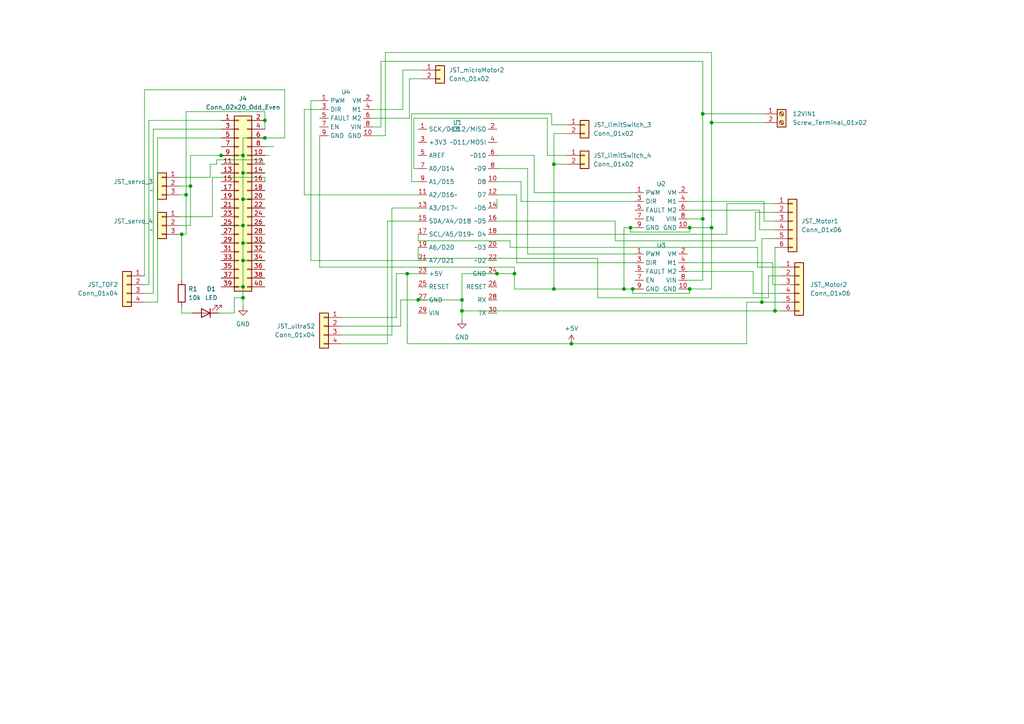
<source format=kicad_sch>
(kicad_sch (version 20230121) (generator eeschema)
  (paper "A4")
  (lib_symbols
    (symbol "Connector:Screw_Terminal_01x02" (pin_names (offset 1.016) hide)
      (property "Reference" "J" (at 0 2.54 0))
      (property "Value" "Screw_Terminal_01x02" (at 0 -5.08 0))
      (symbol "Screw_Terminal_01x02_1_1"
        (rectangle (start -1.27 1.27) (end 1.27 -3.81) (stroke (width 0.254)) (fill (type background)))
        (circle (center 0 -2.54) (radius 0.635) (stroke (width 0.1524)))
        (polyline (pts (xy -0.5334 -2.2098) (xy 0.3302 -3.048)) (stroke (width 0.1524)))
        (polyline (pts (xy -0.5334 0.3302) (xy 0.3302 -0.508)) (stroke (width 0.1524)))
        (polyline (pts (xy -0.3556 -2.032) (xy 0.508 -2.8702)) (stroke (width 0.1524)))
        (polyline (pts (xy -0.3556 0.508) (xy 0.508 -0.3302)) (stroke (width 0.1524)))
        (circle (center 0 0) (radius 0.635) (stroke (width 0.1524)))
        (pin passive line (at -5.08 0 0) (length 3.81) (name "Pin_1") (number "1"))
        (pin passive line (at -5.08 -2.54 0) (length 3.81) (name "Pin_2") (number "2"))
      )
    )
    (symbol "Connector_Generic:Conn_01x02" (pin_names (offset 1.016) hide)
      (property "Reference" "J" (at 0 2.54 0))
      (property "Value" "Conn_01x02" (at 0 -5.08 0))
      (symbol "Conn_01x02_1_1"
        (rectangle (start -1.27 -2.413) (end 0 -2.667) (stroke (width 0.1524)))
        (rectangle (start -1.27 0.127) (end 0 -0.127) (stroke (width 0.1524)))
        (rectangle (start -1.27 1.27) (end 1.27 -3.81) (stroke (width 0.254)) (fill (type background)))
        (pin passive line (at -5.08 0 0) (length 3.81) (name "Pin_1") (number "1"))
        (pin passive line (at -5.08 -2.54 0) (length 3.81) (name "Pin_2") (number "2"))
      )
    )
    (symbol "Connector_Generic:Conn_01x03" (pin_names (offset 1.016) hide)
      (property "Reference" "J" (at 0 5.08 0))
      (property "Value" "Conn_01x03" (at 0 -5.08 0))
      (symbol "Conn_01x03_1_1"
        (rectangle (start -1.27 -2.413) (end 0 -2.667) (stroke (width 0.1524)))
        (rectangle (start -1.27 0.127) (end 0 -0.127) (stroke (width 0.1524)))
        (rectangle (start -1.27 2.667) (end 0 2.413) (stroke (width 0.1524)))
        (rectangle (start -1.27 3.81) (end 1.27 -3.81) (stroke (width 0.254)) (fill (type background)))
        (pin passive line (at -5.08 2.54 0) (length 3.81) (name "Pin_1") (number "1"))
        (pin passive line (at -5.08 0 0) (length 3.81) (name "Pin_2") (number "2"))
        (pin passive line (at -5.08 -2.54 0) (length 3.81) (name "Pin_3") (number "3"))
      )
    )
    (symbol "Connector_Generic:Conn_01x04" (pin_names (offset 1.016) hide)
      (property "Reference" "J" (at 0 5.08 0))
      (property "Value" "Conn_01x04" (at 0 -7.62 0))
      (symbol "Conn_01x04_1_1"
        (rectangle (start -1.27 -4.953) (end 0 -5.207) (stroke (width 0.1524)))
        (rectangle (start -1.27 -2.413) (end 0 -2.667) (stroke (width 0.1524)))
        (rectangle (start -1.27 0.127) (end 0 -0.127) (stroke (width 0.1524)))
        (rectangle (start -1.27 2.667) (end 0 2.413) (stroke (width 0.1524)))
        (rectangle (start -1.27 3.81) (end 1.27 -6.35) (stroke (width 0.254)) (fill (type background)))
        (pin passive line (at -5.08 2.54 0) (length 3.81) (name "Pin_1") (number "1"))
        (pin passive line (at -5.08 0 0) (length 3.81) (name "Pin_2") (number "2"))
        (pin passive line (at -5.08 -2.54 0) (length 3.81) (name "Pin_3") (number "3"))
        (pin passive line (at -5.08 -5.08 0) (length 3.81) (name "Pin_4") (number "4"))
      )
    )
    (symbol "Connector_Generic:Conn_01x06" (pin_names (offset 1.016) hide)
      (property "Reference" "J" (at 0 7.62 0))
      (property "Value" "Conn_01x06" (at 0 -10.16 0))
      (symbol "Conn_01x06_1_1"
        (rectangle (start -1.27 -7.493) (end 0 -7.747) (stroke (width 0.1524)))
        (rectangle (start -1.27 -4.953) (end 0 -5.207) (stroke (width 0.1524)))
        (rectangle (start -1.27 -2.413) (end 0 -2.667) (stroke (width 0.1524)))
        (rectangle (start -1.27 0.127) (end 0 -0.127) (stroke (width 0.1524)))
        (rectangle (start -1.27 2.667) (end 0 2.413) (stroke (width 0.1524)))
        (rectangle (start -1.27 5.207) (end 0 4.953) (stroke (width 0.1524)))
        (rectangle (start -1.27 6.35) (end 1.27 -8.89) (stroke (width 0.254)) (fill (type background)))
        (pin passive line (at -5.08 5.08 0) (length 3.81) (name "Pin_1") (number "1"))
        (pin passive line (at -5.08 2.54 0) (length 3.81) (name "Pin_2") (number "2"))
        (pin passive line (at -5.08 0 0) (length 3.81) (name "Pin_3") (number "3"))
        (pin passive line (at -5.08 -2.54 0) (length 3.81) (name "Pin_4") (number "4"))
        (pin passive line (at -5.08 -5.08 0) (length 3.81) (name "Pin_5") (number "5"))
        (pin passive line (at -5.08 -7.62 0) (length 3.81) (name "Pin_6") (number "6"))
      )
    )
    (symbol "Connector_Generic:Conn_02x20_Odd_Even" (pin_names (offset 1.016) hide)
      (property "Reference" "J" (at 1.27 25.4 0))
      (property "Value" "Conn_02x20_Odd_Even" (at 1.27 -27.94 0))
      (symbol "Conn_02x20_Odd_Even_1_1"
        (rectangle (start -1.27 -25.273) (end 0 -25.527) (stroke (width 0.1524)))
        (rectangle (start -1.27 -22.733) (end 0 -22.987) (stroke (width 0.1524)))
        (rectangle (start -1.27 -20.193) (end 0 -20.447) (stroke (width 0.1524)))
        (rectangle (start -1.27 -17.653) (end 0 -17.907) (stroke (width 0.1524)))
        (rectangle (start -1.27 -15.113) (end 0 -15.367) (stroke (width 0.1524)))
        (rectangle (start -1.27 -12.573) (end 0 -12.827) (stroke (width 0.1524)))
        (rectangle (start -1.27 -10.033) (end 0 -10.287) (stroke (width 0.1524)))
        (rectangle (start -1.27 -7.493) (end 0 -7.747) (stroke (width 0.1524)))
        (rectangle (start -1.27 -4.953) (end 0 -5.207) (stroke (width 0.1524)))
        (rectangle (start -1.27 -2.413) (end 0 -2.667) (stroke (width 0.1524)))
        (rectangle (start -1.27 0.127) (end 0 -0.127) (stroke (width 0.1524)))
        (rectangle (start -1.27 2.667) (end 0 2.413) (stroke (width 0.1524)))
        (rectangle (start -1.27 5.207) (end 0 4.953) (stroke (width 0.1524)))
        (rectangle (start -1.27 7.747) (end 0 7.493) (stroke (width 0.1524)))
        (rectangle (start -1.27 10.287) (end 0 10.033) (stroke (width 0.1524)))
        (rectangle (start -1.27 12.827) (end 0 12.573) (stroke (width 0.1524)))
        (rectangle (start -1.27 15.367) (end 0 15.113) (stroke (width 0.1524)))
        (rectangle (start -1.27 17.907) (end 0 17.653) (stroke (width 0.1524)))
        (rectangle (start -1.27 20.447) (end 0 20.193) (stroke (width 0.1524)))
        (rectangle (start -1.27 22.987) (end 0 22.733) (stroke (width 0.1524)))
        (rectangle (start -1.27 24.13) (end 3.81 -26.67) (stroke (width 0.254)) (fill (type background)))
        (rectangle (start 3.81 -25.273) (end 2.54 -25.527) (stroke (width 0.1524)))
        (rectangle (start 3.81 -22.733) (end 2.54 -22.987) (stroke (width 0.1524)))
        (rectangle (start 3.81 -20.193) (end 2.54 -20.447) (stroke (width 0.1524)))
        (rectangle (start 3.81 -17.653) (end 2.54 -17.907) (stroke (width 0.1524)))
        (rectangle (start 3.81 -15.113) (end 2.54 -15.367) (stroke (width 0.1524)))
        (rectangle (start 3.81 -12.573) (end 2.54 -12.827) (stroke (width 0.1524)))
        (rectangle (start 3.81 -10.033) (end 2.54 -10.287) (stroke (width 0.1524)))
        (rectangle (start 3.81 -7.493) (end 2.54 -7.747) (stroke (width 0.1524)))
        (rectangle (start 3.81 -4.953) (end 2.54 -5.207) (stroke (width 0.1524)))
        (rectangle (start 3.81 -2.413) (end 2.54 -2.667) (stroke (width 0.1524)))
        (rectangle (start 3.81 0.127) (end 2.54 -0.127) (stroke (width 0.1524)))
        (rectangle (start 3.81 2.667) (end 2.54 2.413) (stroke (width 0.1524)))
        (rectangle (start 3.81 5.207) (end 2.54 4.953) (stroke (width 0.1524)))
        (rectangle (start 3.81 7.747) (end 2.54 7.493) (stroke (width 0.1524)))
        (rectangle (start 3.81 10.287) (end 2.54 10.033) (stroke (width 0.1524)))
        (rectangle (start 3.81 12.827) (end 2.54 12.573) (stroke (width 0.1524)))
        (rectangle (start 3.81 15.367) (end 2.54 15.113) (stroke (width 0.1524)))
        (rectangle (start 3.81 17.907) (end 2.54 17.653) (stroke (width 0.1524)))
        (rectangle (start 3.81 20.447) (end 2.54 20.193) (stroke (width 0.1524)))
        (rectangle (start 3.81 22.987) (end 2.54 22.733) (stroke (width 0.1524)))
        (pin passive line (at -5.08 22.86 0) (length 3.81) (name "Pin_1") (number "1"))
        (pin passive line (at 7.62 12.7 180) (length 3.81) (name "Pin_10") (number "10"))
        (pin passive line (at -5.08 10.16 0) (length 3.81) (name "Pin_11") (number "11"))
        (pin passive line (at 7.62 10.16 180) (length 3.81) (name "Pin_12") (number "12"))
        (pin passive line (at -5.08 7.62 0) (length 3.81) (name "Pin_13") (number "13"))
        (pin passive line (at 7.62 7.62 180) (length 3.81) (name "Pin_14") (number "14"))
        (pin passive line (at -5.08 5.08 0) (length 3.81) (name "Pin_15") (number "15"))
        (pin passive line (at 7.62 5.08 180) (length 3.81) (name "Pin_16") (number "16"))
        (pin passive line (at -5.08 2.54 0) (length 3.81) (name "Pin_17") (number "17"))
        (pin passive line (at 7.62 2.54 180) (length 3.81) (name "Pin_18") (number "18"))
        (pin passive line (at -5.08 0 0) (length 3.81) (name "Pin_19") (number "19"))
        (pin passive line (at 7.62 22.86 180) (length 3.81) (name "Pin_2") (number "2"))
        (pin passive line (at 7.62 0 180) (length 3.81) (name "Pin_20") (number "20"))
        (pin passive line (at -5.08 -2.54 0) (length 3.81) (name "Pin_21") (number "21"))
        (pin passive line (at 7.62 -2.54 180) (length 3.81) (name "Pin_22") (number "22"))
        (pin passive line (at -5.08 -5.08 0) (length 3.81) (name "Pin_23") (number "23"))
        (pin passive line (at 7.62 -5.08 180) (length 3.81) (name "Pin_24") (number "24"))
        (pin passive line (at -5.08 -7.62 0) (length 3.81) (name "Pin_25") (number "25"))
        (pin passive line (at 7.62 -7.62 180) (length 3.81) (name "Pin_26") (number "26"))
        (pin passive line (at -5.08 -10.16 0) (length 3.81) (name "Pin_27") (number "27"))
        (pin passive line (at 7.62 -10.16 180) (length 3.81) (name "Pin_28") (number "28"))
        (pin passive line (at -5.08 -12.7 0) (length 3.81) (name "Pin_29") (number "29"))
        (pin passive line (at -5.08 20.32 0) (length 3.81) (name "Pin_3") (number "3"))
        (pin passive line (at 7.62 -12.7 180) (length 3.81) (name "Pin_30") (number "30"))
        (pin passive line (at -5.08 -15.24 0) (length 3.81) (name "Pin_31") (number "31"))
        (pin passive line (at 7.62 -15.24 180) (length 3.81) (name "Pin_32") (number "32"))
        (pin passive line (at -5.08 -17.78 0) (length 3.81) (name "Pin_33") (number "33"))
        (pin passive line (at 7.62 -17.78 180) (length 3.81) (name "Pin_34") (number "34"))
        (pin passive line (at -5.08 -20.32 0) (length 3.81) (name "Pin_35") (number "35"))
        (pin passive line (at 7.62 -20.32 180) (length 3.81) (name "Pin_36") (number "36"))
        (pin passive line (at -5.08 -22.86 0) (length 3.81) (name "Pin_37") (number "37"))
        (pin passive line (at 7.62 -22.86 180) (length 3.81) (name "Pin_38") (number "38"))
        (pin passive line (at -5.08 -25.4 0) (length 3.81) (name "Pin_39") (number "39"))
        (pin passive line (at 7.62 20.32 180) (length 3.81) (name "Pin_4") (number "4"))
        (pin passive line (at 7.62 -25.4 180) (length 3.81) (name "Pin_40") (number "40"))
        (pin passive line (at -5.08 17.78 0) (length 3.81) (name "Pin_5") (number "5"))
        (pin passive line (at 7.62 17.78 180) (length 3.81) (name "Pin_6") (number "6"))
        (pin passive line (at -5.08 15.24 0) (length 3.81) (name "Pin_7") (number "7"))
        (pin passive line (at 7.62 15.24 180) (length 3.81) (name "Pin_8") (number "8"))
        (pin passive line (at -5.08 12.7 0) (length 3.81) (name "Pin_9") (number "9"))
      )
    )
    (symbol "Device:LED" (pin_numbers hide) (pin_names (offset 1.016) hide)
      (property "Reference" "D" (at 0 2.54 0))
      (property "Value" "LED" (at 0 -2.54 0))
      (symbol "LED_0_1"
        (polyline (pts (xy -1.27 -1.27) (xy -1.27 1.27)) (stroke (width 0.254)))
        (polyline (pts (xy -1.27 0) (xy 1.27 0)))
        (polyline (pts (xy 1.27 -1.27) (xy 1.27 1.27) (xy -1.27 0) (xy 1.27 -1.27)) (stroke (width 0.254)))
        (polyline (pts (xy -3.048 -0.762) (xy -4.572 -2.286) (xy -3.81 -2.286) (xy -4.572 -2.286) (xy -4.572 -1.524)))
        (polyline (pts (xy -1.778 -0.762) (xy -3.302 -2.286) (xy -2.54 -2.286) (xy -3.302 -2.286) (xy -3.302 -1.524)))
      )
      (symbol "LED_1_1"
        (pin passive line (at -3.81 0 0) (length 2.54) (name "K") (number "1"))
        (pin passive line (at 3.81 0 180) (length 2.54) (name "A") (number "2"))
      )
    )
    (symbol "Device:R" (pin_numbers hide) (pin_names (offset 0))
      (property "Reference" "R" (at 2.032 0 90))
      (property "Value" "R" (at 0 0 90))
      (symbol "R_0_1"
        (rectangle (start -1.016 -2.54) (end 1.016 2.54) (stroke (width 0.254)))
      )
      (symbol "R_1_1"
        (pin passive line (at 0 3.81 270) (length 1.27) (name "~") (number "1"))
        (pin passive line (at 0 -3.81 90) (length 1.27) (name "~") (number "2"))
      )
    )
    (symbol "MAX14870_1"
      (property "Reference" "U" (at 0 0 0))
      (symbol "MAX14870_1_1_1"
        (pin input line (at -7.62 -2.54 0) (length 2.54) (name "PWM") (number "1"))
        (pin input line (at 7.62 -12.7 180) (length 2.54) (name "GND") (number "10"))
        (pin input line (at 7.62 -2.54 180) (length 2.54) (name "VM") (number "2"))
        (pin input line (at -7.62 -5.08 0) (length 2.54) (name "DIR") (number "3"))
        (pin input line (at 7.62 -5.08 180) (length 2.54) (name "M1") (number "4"))
        (pin input line (at -7.62 -7.62 0) (length 2.54) (name "FAULT") (number "5"))
        (pin input line (at 7.62 -7.62 180) (length 2.54) (name "M2") (number "6"))
        (pin input line (at -7.62 -10.16 0) (length 2.54) (name "EN") (number "7"))
        (pin input line (at 7.62 -10.16 180) (length 2.54) (name "VIN") (number "8"))
        (pin input line (at -7.62 -12.7 0) (length 2.54) (name "GND") (number "9"))
      )
    )
    (symbol "MAX14870_2"
      (property "Reference" "U" (at 0 0 0))
      (symbol "MAX14870_2_1_1"
        (pin input line (at -7.62 -2.54 0) (length 2.54) (name "PWM") (number "1"))
        (pin input line (at 7.62 -12.7 180) (length 2.54) (name "GND") (number "10"))
        (pin input line (at 7.62 -2.54 180) (length 2.54) (name "VM") (number "2"))
        (pin input line (at -7.62 -5.08 0) (length 2.54) (name "DIR") (number "3"))
        (pin input line (at 7.62 -5.08 180) (length 2.54) (name "M1") (number "4"))
        (pin input line (at -7.62 -7.62 0) (length 2.54) (name "FAULT") (number "5"))
        (pin input line (at 7.62 -7.62 180) (length 2.54) (name "M2") (number "6"))
        (pin input line (at -7.62 -10.16 0) (length 2.54) (name "EN") (number "7"))
        (pin input line (at 7.62 -10.16 180) (length 2.54) (name "VIN") (number "8"))
        (pin input line (at -7.62 -12.7 0) (length 2.54) (name "GND") (number "9"))
      )
    )
    (symbol "New_Library:Arduino_Nano"
      (property "Reference" "U" (at 0 0 0))
      (symbol "Arduino_Nano_1_1"
        (pin free line (at -11.43 -2.54 0) (length 2.54) (name "SCK/D13") (number "1"))
        (pin bidirectional line (at 11.43 -17.78 180) (length 2.54) (name "D8") (number "10"))
        (pin bidirectional line (at -11.43 -21.59 0) (length 2.54) (name "A2/D16~") (number "11"))
        (pin bidirectional line (at 11.43 -21.59 180) (length 2.54) (name "D7") (number "12"))
        (pin bidirectional line (at -11.43 -25.4 0) (length 2.54) (name "A3/D17~") (number "13"))
        (pin bidirectional line (at 11.43 -25.4 180) (length 2.54) (name "~D6") (number "14"))
        (pin bidirectional line (at -11.43 -29.21 0) (length 2.54) (name "SDA/A4/D18") (number "15"))
        (pin bidirectional line (at 11.43 -29.21 180) (length 2.54) (name "~D5") (number "16"))
        (pin bidirectional line (at -11.43 -33.02 0) (length 2.54) (name "SCL/A5/D19~") (number "17"))
        (pin bidirectional line (at 11.43 -33.02 180) (length 2.54) (name "D4") (number "18"))
        (pin bidirectional line (at -11.43 -36.83 0) (length 2.54) (name "A6/D20") (number "19"))
        (pin bidirectional line (at 11.43 -2.54 180) (length 2.54) (name "~D12/MISO") (number "2"))
        (pin bidirectional line (at 11.43 -36.83 180) (length 2.54) (name "~D3") (number "20"))
        (pin bidirectional line (at -11.43 -40.64 0) (length 2.54) (name "A7/D21") (number "21"))
        (pin bidirectional line (at 11.43 -40.64 180) (length 2.54) (name "~D2") (number "22"))
        (pin bidirectional line (at -11.43 -44.45 0) (length 2.54) (name "+5V") (number "23"))
        (pin bidirectional line (at 11.43 -44.45 180) (length 2.54) (name "GND") (number "24"))
        (pin bidirectional line (at -11.43 -48.26 0) (length 2.54) (name "RESET") (number "25"))
        (pin bidirectional line (at 11.43 -48.26 180) (length 2.54) (name "RESET") (number "26"))
        (pin bidirectional line (at -11.43 -52.07 0) (length 2.54) (name "GND") (number "27"))
        (pin bidirectional line (at 11.43 -52.07 180) (length 2.54) (name "RX") (number "28"))
        (pin bidirectional line (at -11.43 -55.88 0) (length 2.54) (name "VIN") (number "29"))
        (pin free line (at -11.43 -6.35 0) (length 2.54) (name "+3V3") (number "3"))
        (pin bidirectional line (at 11.43 -55.88 180) (length 2.54) (name "TX") (number "30"))
        (pin bidirectional line (at 11.43 -6.35 180) (length 2.54) (name "~D11/MOSI") (number "4"))
        (pin bidirectional line (at -11.43 -10.16 0) (length 2.54) (name "AREF") (number "5"))
        (pin bidirectional line (at 11.43 -10.16 180) (length 2.54) (name "~D10") (number "6"))
        (pin bidirectional line (at -11.43 -13.97 0) (length 2.54) (name "A0/D14") (number "7"))
        (pin bidirectional line (at 11.43 -13.97 180) (length 2.54) (name "~D9") (number "8"))
        (pin bidirectional line (at -11.43 -17.78 0) (length 2.54) (name "A1/D15") (number "9"))
      )
    )
    (symbol "New_Library:MAX14870"
      (property "Reference" "U" (at 0 0 0))
      (symbol "MAX14870_1_1"
        (pin input line (at -7.62 -2.54 0) (length 2.54) (name "PWM") (number "1"))
        (pin input line (at 7.62 -12.7 180) (length 2.54) (name "GND") (number "10"))
        (pin input line (at 7.62 -2.54 180) (length 2.54) (name "VM") (number "2"))
        (pin input line (at -7.62 -5.08 0) (length 2.54) (name "DIR") (number "3"))
        (pin input line (at 7.62 -5.08 180) (length 2.54) (name "M1") (number "4"))
        (pin input line (at -7.62 -7.62 0) (length 2.54) (name "FAULT") (number "5"))
        (pin input line (at 7.62 -7.62 180) (length 2.54) (name "M2") (number "6"))
        (pin input line (at -7.62 -10.16 0) (length 2.54) (name "EN") (number "7"))
        (pin input line (at 7.62 -10.16 180) (length 2.54) (name "VIN") (number "8"))
        (pin input line (at -7.62 -12.7 0) (length 2.54) (name "GND") (number "9"))
      )
    )
    (symbol "power:+5V" (power) (pin_names (offset 0))
      (property "Value" "+5V" (at 0 3.556 0))
      (symbol "+5V_0_1"
        (polyline (pts (xy -0.762 1.27) (xy 0 2.54)))
        (polyline (pts (xy 0 0) (xy 0 2.54)))
        (polyline (pts (xy 0 2.54) (xy 0.762 1.27)))
      )
      (symbol "+5V_1_1"
        (pin power_in line (at 0 0 90) (length 0) hide (name "+5V") (number "1"))
      )
    )
    (symbol "power:GND" (power) (pin_names (offset 0))
      (property "Value" "GND" (at 0 -3.81 0))
      (symbol "GND_0_1"
        (polyline (pts (xy 0 0) (xy 0 -1.27) (xy 1.27 -1.27) (xy 0 -2.54) (xy -1.27 -1.27) (xy 0 -1.27)))
      )
      (symbol "GND_1_1"
        (pin power_in line (at 0 0 270) (length 0) hide (name "GND") (number "1"))
      )
    )
  )
  (junction (at 149.225 79.375))
  (junction (at 76.835 34.925))
  (junction (at 160.655 47.625))
  (junction (at 70.485 86.36))
  (junction (at 133.985 86.995))
  (junction (at 183.515 83.82))
  (junction (at 55.245 53.975))
  (junction (at 70.485 75.565))
  (junction (at 224.79 90.17))
  (junction (at 182.88 66.04))
  (junction (at 165.735 99.695))
  (junction (at 70.485 45.085))
  (junction (at 180.975 83.82))
  (junction (at 52.705 67.945))
  (junction (at 118.11 79.375))
  (junction (at 160.655 83.82))
  (junction (at 133.985 90.17))
  (junction (at 203.835 63.5))
  (junction (at 200.025 66.04))
  (junction (at 203.835 33.02))
  (junction (at 70.485 70.485))
  (junction (at 70.485 83.185))
  (junction (at 53.975 56.515))
  (junction (at 76.835 40.005))
  (junction (at 144.145 79.375))
  (junction (at 70.485 65.405))
  (junction (at 200.025 83.82))
  (junction (at 70.485 57.785))
  (junction (at 206.375 66.04))
  (junction (at 206.375 35.56))
  (junction (at 121.285 86.995))
  (junction (at 64.135 45.085))
  (junction (at 70.485 50.165))
  (junction (at 220.98 87.63))
  (wire (pts (xy 224.79 59.055) (xy 210.82 59.055)))
  (wire (pts (xy 133.985 79.375) (xy 133.985 86.995)))
  (wire (pts (xy 82.55 26.035) (xy 82.55 40.005)))
  (wire (pts (xy 206.375 15.24) (xy 206.375 35.56)))
  (wire (pts (xy 219.075 69.85) (xy 219.075 61.595)))
  (wire (pts (xy 118.745 22.86) (xy 118.745 34.29)))
  (wire (pts (xy 76.835 32.385) (xy 76.835 34.925)))
  (wire (pts (xy 216.535 99.695) (xy 216.535 87.63)))
  (wire (pts (xy 144.145 57.785) (xy 144.145 60.325)))
  (wire (pts (xy 219.71 71.755) (xy 219.71 77.47)))
  (wire (pts (xy 182.88 66.04) (xy 180.975 66.04)))
  (wire (pts (xy 164.465 45.085) (xy 158.75 45.085)))
  (wire (pts (xy 184.15 83.82) (xy 183.515 83.82)))
  (wire (pts (xy 164.465 36.195) (xy 160.02 36.195)))
  (wire (pts (xy 70.485 86.36) (xy 70.485 88.9)))
  (wire (pts (xy 55.245 45.085) (xy 55.245 53.975)))
  (wire (pts (xy 149.86 56.515) (xy 144.145 56.515)))
  (wire (pts (xy 173.355 86.36) (xy 173.355 74.93)))
  (wire (pts (xy 153.035 48.895) (xy 144.145 48.895)))
  (wire (pts (xy 113.665 97.155) (xy 113.665 60.325)))
  (wire (pts (xy 221.615 64.135) (xy 224.79 64.135)))
  (wire (pts (xy 41.91 80.01) (xy 41.91 26.035)))
  (wire (pts (xy 206.375 66.04) (xy 206.375 83.82)))
  (wire (pts (xy 219.71 71.755) (xy 147.955 71.755)))
  (wire (pts (xy 70.485 75.565) (xy 70.485 83.185)))
  (wire (pts (xy 158.75 45.085) (xy 158.75 34.29)))
  (wire (pts (xy 52.07 67.945) (xy 52.705 67.945)))
  (wire (pts (xy 111.76 15.24) (xy 206.375 15.24)))
  (wire (pts (xy 118.11 99.695) (xy 165.735 99.695)))
  (wire (pts (xy 184.15 66.04) (xy 182.88 66.04)))
  (wire (pts (xy 76.2 46.355) (xy 76.2 47.625)))
  (wire (pts (xy 53.975 32.385) (xy 76.835 32.385)))
  (wire (pts (xy 178.435 64.135) (xy 178.435 69.85)))
  (wire (pts (xy 199.39 60.96) (xy 220.345 60.96)))
  (wire (pts (xy 219.71 77.47) (xy 226.695 77.47)))
  (wire (pts (xy 184.15 55.88) (xy 154.94 55.88)))
  (wire (pts (xy 220.98 87.63) (xy 220.98 69.215)))
  (wire (pts (xy 180.975 83.82) (xy 160.655 83.82)))
  (wire (pts (xy 182.88 66.04) (xy 182.88 67.31)))
  (wire (pts (xy 53.975 56.515) (xy 53.975 32.385)))
  (wire (pts (xy 41.91 82.55) (xy 43.18 82.55)))
  (wire (pts (xy 118.11 79.375) (xy 121.285 79.375)))
  (wire (pts (xy 70.485 83.185) (xy 70.485 86.36)))
  (wire (pts (xy 184.15 76.2) (xy 149.86 76.2)))
  (wire (pts (xy 183.515 83.82) (xy 183.515 85.09)))
  (wire (pts (xy 203.835 33.02) (xy 203.835 63.5)))
  (wire (pts (xy 121.285 74.93) (xy 121.285 71.755)))
  (wire (pts (xy 112.395 64.135) (xy 121.285 64.135)))
  (wire (pts (xy 220.98 87.63) (xy 226.695 87.63)))
  (wire (pts (xy 121.285 86.995) (xy 133.985 86.995)))
  (wire (pts (xy 183.515 85.09) (xy 200.025 85.09)))
  (wire (pts (xy 67.945 90.805) (xy 67.945 86.36)))
  (wire (pts (xy 149.225 77.47) (xy 149.225 79.375)))
  (wire (pts (xy 160.02 36.195) (xy 160.02 33.02)))
  (wire (pts (xy 173.355 74.93) (xy 121.285 74.93)))
  (wire (pts (xy 99.06 97.155) (xy 113.665 97.155)))
  (wire (pts (xy 70.485 70.485) (xy 76.835 70.485)))
  (wire (pts (xy 90.17 75.565) (xy 121.285 75.565)))
  (wire (pts (xy 92.71 77.47) (xy 149.225 77.47)))
  (wire (pts (xy 203.835 17.78) (xy 110.49 17.78)))
  (wire (pts (xy 224.79 90.17) (xy 226.695 90.17)))
  (wire (pts (xy 206.375 35.56) (xy 206.375 66.04)))
  (wire (pts (xy 52.705 67.945) (xy 52.705 81.28)))
  (wire (pts (xy 199.39 78.74) (xy 218.44 78.74)))
  (wire (pts (xy 118.745 34.29) (xy 107.95 34.29)))
  (wire (pts (xy 61.595 62.865) (xy 61.595 51.435)))
  (wire (pts (xy 99.06 94.615) (xy 116.205 94.615)))
  (wire (pts (xy 203.835 63.5) (xy 203.835 81.28)))
  (wire (pts (xy 180.975 66.04) (xy 180.975 83.82)))
  (wire (pts (xy 45.72 87.63) (xy 45.72 40.005)))
  (wire (pts (xy 199.39 58.42) (xy 221.615 58.42)))
  (wire (pts (xy 70.485 65.405) (xy 70.485 70.485)))
  (wire (pts (xy 52.07 56.515) (xy 53.975 56.515)))
  (wire (pts (xy 52.705 90.805) (xy 55.88 90.805)))
  (wire (pts (xy 64.135 45.085) (xy 70.485 45.085)))
  (wire (pts (xy 133.985 86.995) (xy 133.985 90.17)))
  (wire (pts (xy 76.835 34.925) (xy 76.835 37.465)))
  (wire (pts (xy 99.06 92.075) (xy 114.935 92.075)))
  (wire (pts (xy 52.07 51.435) (xy 60.96 51.435)))
  (wire (pts (xy 144.145 79.375) (xy 149.225 79.375)))
  (wire (pts (xy 184.15 73.66) (xy 153.035 73.66)))
  (wire (pts (xy 182.88 67.31) (xy 200.025 67.31)))
  (wire (pts (xy 70.485 45.085) (xy 70.485 40.005)))
  (wire (pts (xy 184.15 58.42) (xy 151.13 58.42)))
  (wire (pts (xy 121.285 69.85) (xy 121.285 67.945)))
  (wire (pts (xy 70.485 45.085) (xy 70.485 50.165)))
  (wire (pts (xy 76.835 51.435) (xy 76.835 52.705)))
  (wire (pts (xy 206.375 35.56) (xy 221.615 35.56)))
  (wire (pts (xy 55.245 45.085) (xy 64.135 45.085)))
  (wire (pts (xy 203.835 33.02) (xy 203.835 17.78)))
  (wire (pts (xy 165.735 99.695) (xy 216.535 99.695)))
  (wire (pts (xy 199.39 81.28) (xy 203.835 81.28)))
  (wire (pts (xy 70.485 70.485) (xy 70.485 75.565)))
  (wire (pts (xy 116.205 94.615) (xy 116.205 86.995)))
  (wire (pts (xy 144.145 64.135) (xy 178.435 64.135)))
  (wire (pts (xy 44.45 37.465) (xy 64.135 37.465)))
  (wire (pts (xy 120.015 34.29) (xy 120.015 48.895)))
  (wire (pts (xy 41.91 26.035) (xy 82.55 26.035)))
  (wire (pts (xy 62.865 47.625) (xy 62.865 46.355)))
  (wire (pts (xy 63.5 90.805) (xy 67.945 90.805)))
  (wire (pts (xy 122.555 22.86) (xy 118.745 22.86)))
  (wire (pts (xy 222.885 86.36) (xy 222.885 80.01)))
  (wire (pts (xy 116.84 20.32) (xy 122.555 20.32)))
  (wire (pts (xy 43.18 82.55) (xy 43.18 34.925)))
  (wire (pts (xy 43.18 34.925) (xy 64.135 34.925)))
  (wire (pts (xy 61.595 51.435) (xy 76.835 51.435)))
  (wire (pts (xy 160.655 83.82) (xy 149.225 83.82)))
  (wire (pts (xy 99.06 99.695) (xy 112.395 99.695)))
  (wire (pts (xy 133.985 79.375) (xy 144.145 79.375)))
  (wire (pts (xy 76.835 42.545) (xy 79.375 42.545)))
  (wire (pts (xy 160.655 47.625) (xy 160.655 83.82)))
  (wire (pts (xy 113.665 60.325) (xy 121.285 60.325)))
  (wire (pts (xy 218.44 85.09) (xy 226.695 85.09)))
  (wire (pts (xy 116.205 86.995) (xy 121.285 86.995)))
  (wire (pts (xy 224.79 71.755) (xy 224.79 90.17)))
  (wire (pts (xy 92.71 31.75) (xy 88.265 31.75)))
  (wire (pts (xy 110.49 17.78) (xy 110.49 36.83)))
  (wire (pts (xy 183.515 83.82) (xy 180.975 83.82)))
  (wire (pts (xy 53.975 67.945) (xy 53.975 56.515)))
  (wire (pts (xy 221.615 58.42) (xy 221.615 64.135)))
  (wire (pts (xy 107.95 31.75) (xy 116.84 31.75)))
  (wire (pts (xy 41.91 87.63) (xy 45.72 87.63)))
  (wire (pts (xy 52.705 67.945) (xy 53.975 67.945)))
  (wire (pts (xy 60.96 51.435) (xy 60.96 47.625)))
  (wire (pts (xy 154.94 45.085) (xy 144.145 45.085)))
  (wire (pts (xy 112.395 99.695) (xy 112.395 64.135)))
  (wire (pts (xy 92.71 29.21) (xy 90.17 29.21)))
  (wire (pts (xy 90.17 29.21) (xy 90.17 75.565)))
  (wire (pts (xy 110.49 36.83) (xy 107.95 36.83)))
  (wire (pts (xy 52.705 88.9) (xy 52.705 90.805)))
  (wire (pts (xy 92.71 39.37) (xy 92.71 77.47)))
  (wire (pts (xy 70.485 65.405) (xy 64.135 65.405)))
  (wire (pts (xy 147.955 69.85) (xy 121.285 69.85)))
  (wire (pts (xy 160.655 47.625) (xy 164.465 47.625)))
  (wire (pts (xy 114.935 79.375) (xy 118.11 79.375)))
  (wire (pts (xy 199.39 66.04) (xy 200.025 66.04)))
  (wire (pts (xy 62.865 46.355) (xy 76.2 46.355)))
  (wire (pts (xy 200.025 83.82) (xy 206.375 83.82)))
  (wire (pts (xy 44.45 85.09) (xy 44.45 37.465)))
  (wire (pts (xy 224.155 76.2) (xy 224.155 82.55)))
  (wire (pts (xy 114.935 92.075) (xy 114.935 79.375)))
  (wire (pts (xy 116.84 31.75) (xy 116.84 20.32)))
  (wire (pts (xy 70.485 75.565) (xy 76.835 75.565)))
  (wire (pts (xy 133.985 90.17) (xy 133.985 92.71)))
  (wire (pts (xy 210.82 67.945) (xy 144.145 67.945)))
  (wire (pts (xy 70.485 50.165) (xy 70.485 57.785)))
  (wire (pts (xy 199.39 76.2) (xy 224.155 76.2)))
  (wire (pts (xy 160.02 33.02) (xy 119.38 33.02)))
  (wire (pts (xy 203.835 63.5) (xy 199.39 63.5)))
  (wire (pts (xy 219.075 61.595) (xy 224.79 61.595)))
  (wire (pts (xy 216.535 87.63) (xy 220.98 87.63)))
  (wire (pts (xy 70.485 57.785) (xy 76.835 57.785)))
  (wire (pts (xy 220.345 60.96) (xy 220.345 66.675)))
  (wire (pts (xy 119.38 33.02) (xy 119.38 52.705)))
  (wire (pts (xy 199.39 83.82) (xy 200.025 83.82)))
  (wire (pts (xy 107.95 39.37) (xy 111.76 39.37)))
  (wire (pts (xy 55.245 53.975) (xy 55.245 65.405)))
  (wire (pts (xy 70.485 50.165) (xy 76.835 50.165)))
  (wire (pts (xy 133.985 90.17) (xy 224.79 90.17)))
  (wire (pts (xy 153.035 73.66) (xy 153.035 48.895)))
  (wire (pts (xy 70.485 57.785) (xy 70.485 65.405)))
  (wire (pts (xy 70.485 83.185) (xy 64.135 83.185)))
  (wire (pts (xy 210.82 59.055) (xy 210.82 67.945)))
  (wire (pts (xy 222.885 80.01) (xy 226.695 80.01)))
  (wire (pts (xy 158.75 34.29) (xy 120.015 34.29)))
  (wire (pts (xy 55.245 65.405) (xy 52.07 65.405)))
  (wire (pts (xy 76.835 45.085) (xy 78.105 45.085)))
  (wire (pts (xy 160.655 38.735) (xy 160.655 47.625)))
  (wire (pts (xy 88.265 56.515) (xy 121.285 56.515)))
  (wire (pts (xy 151.13 52.705) (xy 144.145 52.705)))
  (wire (pts (xy 76.835 40.005) (xy 82.55 40.005)))
  (wire (pts (xy 220.98 69.215) (xy 224.79 69.215)))
  (wire (pts (xy 149.86 76.2) (xy 149.86 56.515)))
  (wire (pts (xy 119.38 52.705) (xy 121.285 52.705)))
  (wire (pts (xy 88.265 31.75) (xy 88.265 56.515)))
  (wire (pts (xy 120.015 48.895) (xy 121.285 48.895)))
  (wire (pts (xy 149.225 79.375) (xy 149.225 83.82)))
  (wire (pts (xy 200.025 66.04) (xy 206.375 66.04)))
  (wire (pts (xy 41.91 85.09) (xy 44.45 85.09)))
  (wire (pts (xy 111.76 39.37) (xy 111.76 15.24)))
  (wire (pts (xy 164.465 38.735) (xy 160.655 38.735)))
  (wire (pts (xy 147.955 71.755) (xy 147.955 69.85)))
  (wire (pts (xy 151.13 58.42) (xy 151.13 52.705)))
  (wire (pts (xy 61.595 62.865) (xy 52.07 62.865)))
  (wire (pts (xy 218.44 78.74) (xy 218.44 85.09)))
  (wire (pts (xy 118.11 79.375) (xy 118.11 99.695)))
  (wire (pts (xy 45.72 40.005) (xy 64.135 40.005)))
  (wire (pts (xy 70.485 40.005) (xy 76.835 40.005)))
  (wire (pts (xy 55.245 53.975) (xy 52.07 53.975)))
  (wire (pts (xy 154.94 55.88) (xy 154.94 45.085)))
  (wire (pts (xy 67.945 86.36) (xy 70.485 86.36)))
  (wire (pts (xy 178.435 69.85) (xy 219.075 69.85)))
  (wire (pts (xy 76.2 47.625) (xy 76.835 47.625)))
  (wire (pts (xy 222.885 86.36) (xy 173.355 86.36)))
  (wire (pts (xy 220.345 66.675) (xy 224.79 66.675)))
  (wire (pts (xy 200.025 85.09) (xy 200.025 83.82)))
  (wire (pts (xy 221.615 33.02) (xy 203.835 33.02)))
  (wire (pts (xy 224.155 82.55) (xy 226.695 82.55)))
  (wire (pts (xy 60.96 47.625) (xy 62.865 47.625)))
  (wire (pts (xy 200.025 66.04) (xy 200.025 67.31)))
  (symbol (lib_id "Connector_Generic:Conn_01x02") (at 169.545 36.195 0) (unit 1)
    (property "Reference" "JST_limitSwitch_3" (at 172.085 36.195 0) (effects (justify left)))
    (property "Value" "Conn_01x02" (at 172.085 38.735 0) (effects (justify left)))
    (property "Footprint" "Connector_JST:JST_PH_B2B-PH-K_1x02_P2.00mm_Vertical" (effects hide))
  )
  (symbol (lib_id "Connector_Generic:Conn_01x06") (at 229.87 64.135 0) (unit 1)
    (property "Reference" "JST_Motor1" (at 232.41 64.135 0) (effects (justify left)))
    (property "Value" "Conn_01x06" (at 232.41 66.675 0) (effects (justify left)))
    (property "Footprint" "Connector_JST:JST_PH_B6B-PH-K_1x06_P2.00mm_Vertical" (effects hide))
  )
  (symbol (lib_id "Connector_Generic:Conn_02x20_Odd_Even") (at 69.215 57.785 0) (unit 1)
    (property "Reference" "J4" (at 70.485 28.575 0))
    (property "Value" "Conn_02x20_Odd_Even" (at 70.485 31.115 0))
    (property "Footprint" "Connector_PinHeader_2.54mm:PinHeader_2x20_P2.54mm_Vertical" (effects hide))
  )
  (symbol (lib_id "Device:R") (at 52.705 85.09 180) (unit 1)
    (property "Reference" "R1" (at 54.61 83.82 0) (effects (justify right)))
    (property "Value" "10k" (at 54.61 86.36 0) (effects (justify right)))
    (property "Footprint" "Resistor_SMD:R_0603_1608Metric" (effects hide))
  )
  (symbol (lib_id "power:+5V") (at 165.735 99.695 0) (unit 1)
    (property "Reference" "#PWR03" (effects hide))
    (property "Value" "+5V" (at 165.735 95.25 0))
  )
  (symbol (lib_name "MAX14870_1") (lib_id "New_Library:MAX14870") (at 191.77 71.12 0) (unit 1)
    (property "Reference" "U3" (at 191.77 71.12 0))
    (property "Value" "~" (at 191.77 71.12 0))
    (property "Footprint" "Library:MAX14870" (effects hide))
  )
  (symbol (lib_id "New_Library:Arduino_Nano") (at 132.715 34.925 0) (unit 1)
    (property "Reference" "U1" (at 132.715 35.56 0))
    (property "Value" "~" (at 132.715 34.925 0))
    (property "Footprint" "Library:Arduino" (effects hide))
  )
  (symbol (lib_id "Connector_Generic:Conn_01x06") (at 231.775 82.55 0) (unit 1)
    (property "Reference" "JST_Motor2" (at 234.95 82.55 0) (effects (justify left)))
    (property "Value" "Conn_01x06" (at 234.95 85.09 0) (effects (justify left)))
    (property "Footprint" "Connector_JST:JST_PH_B6B-PH-K_1x06_P2.00mm_Vertical" (effects hide))
  )
  (symbol (lib_id "Connector_Generic:Conn_01x03") (at 46.99 53.975 0) (mirror y) (unit 1)
    (property "Reference" "JST_servo_3" (at 44.45 52.705 0) (effects (justify left)))
    (property "Value" "~" (at 44.45 55.245 0) (effects (justify left)))
    (property "Footprint" "Connector_JST:JST_PH_B3B-PH-K_1x03_P2.00mm_Vertical" (effects hide))
  )
  (symbol (lib_id "Connector_Generic:Conn_01x04") (at 36.83 82.55 0) (mirror y) (unit 1)
    (property "Reference" "JST_TOF2" (at 34.29 82.55 0) (effects (justify left)))
    (property "Value" "Conn_01x04" (at 34.29 85.09 0) (effects (justify left)))
    (property "Footprint" "Connector_JST:JST_PH_B4B-PH-K_1x04_P2.00mm_Vertical" (effects hide))
  )
  (symbol (lib_id "power:GND") (at 133.985 92.71 0) (unit 1)
    (property "Reference" "#PWR02" (effects hide))
    (property "Value" "GND" (at 133.985 97.79 0))
  )
  (symbol (lib_id "Connector_Generic:Conn_01x02") (at 169.545 45.085 0) (unit 1)
    (property "Reference" "JST_limitSwitch_4" (at 172.085 45.085 0) (effects (justify left)))
    (property "Value" "Conn_01x02" (at 172.085 47.625 0) (effects (justify left)))
    (property "Footprint" "Connector_JST:JST_PH_B2B-PH-K_1x02_P2.00mm_Vertical" (effects hide))
  )
  (symbol (lib_id "Device:LED") (at 59.69 90.805 180) (unit 1)
    (property "Reference" "D1" (at 61.2775 83.82 0))
    (property "Value" "LED" (at 61.2775 86.36 0))
    (property "Footprint" "LED_SMD:LED_0603_1608Metric" (effects hide))
  )
  (symbol (lib_id "Connector_Generic:Conn_01x04") (at 93.98 94.615 0) (mirror y) (unit 1)
    (property "Reference" "JST_ultraS2" (at 91.44 94.615 0) (effects (justify left)))
    (property "Value" "Conn_01x04" (at 91.44 97.155 0) (effects (justify left)))
    (property "Footprint" "Connector_JST:JST_PH_B4B-PH-K_1x04_P2.00mm_Vertical" (effects hide))
  )
  (symbol (lib_id "New_Library:MAX14870") (at 100.33 26.67 0) (unit 1)
    (property "Reference" "U4" (at 100.33 26.67 0))
    (property "Value" "~" (at 100.33 26.67 0))
    (property "Footprint" "Library:MAX14870" (effects hide))
  )
  (symbol (lib_id "Connector_Generic:Conn_01x02") (at 127.635 20.32 0) (unit 1)
    (property "Reference" "JST_microMotor2" (at 130.175 20.32 0) (effects (justify left)))
    (property "Value" "Conn_01x02" (at 130.175 22.86 0) (effects (justify left)))
    (property "Footprint" "Connector_JST:JST_PH_B2B-PH-K_1x02_P2.00mm_Vertical" (effects hide))
  )
  (symbol (lib_id "Connector:Screw_Terminal_01x02") (at 226.695 33.02 0) (unit 1)
    (property "Reference" "12VIN1" (at 229.87 33.02 0) (effects (justify left)))
    (property "Value" "Screw_Terminal_01x02" (at 229.87 35.56 0) (effects (justify left)))
    (property "Footprint" "TerminalBlock:TerminalBlock_Altech_AK300-2_P5.00mm" (effects hide))
  )
  (symbol (lib_id "Connector_Generic:Conn_01x03") (at 46.99 65.405 0) (mirror y) (unit 1)
    (property "Reference" "JST_servo_4" (at 44.45 64.135 0) (effects (justify left)))
    (property "Value" "~" (at 44.45 66.675 0) (effects (justify left)))
    (property "Footprint" "Connector_JST:JST_PH_B3B-PH-K_1x03_P2.00mm_Vertical" (effects hide))
  )
  (symbol (lib_name "MAX14870_2") (lib_id "New_Library:MAX14870") (at 191.77 53.34 0) (unit 1)
    (property "Reference" "U2" (at 191.77 53.34 0))
    (property "Value" "~" (at 191.77 53.34 0))
    (property "Footprint" "Library:MAX14870" (effects hide))
  )
  (symbol (lib_id "power:GND") (at 70.485 88.9 0) (unit 1)
    (property "Reference" "#PWR01" (effects hide))
    (property "Value" "GND" (at 70.485 93.98 0))
  )
)
</source>
